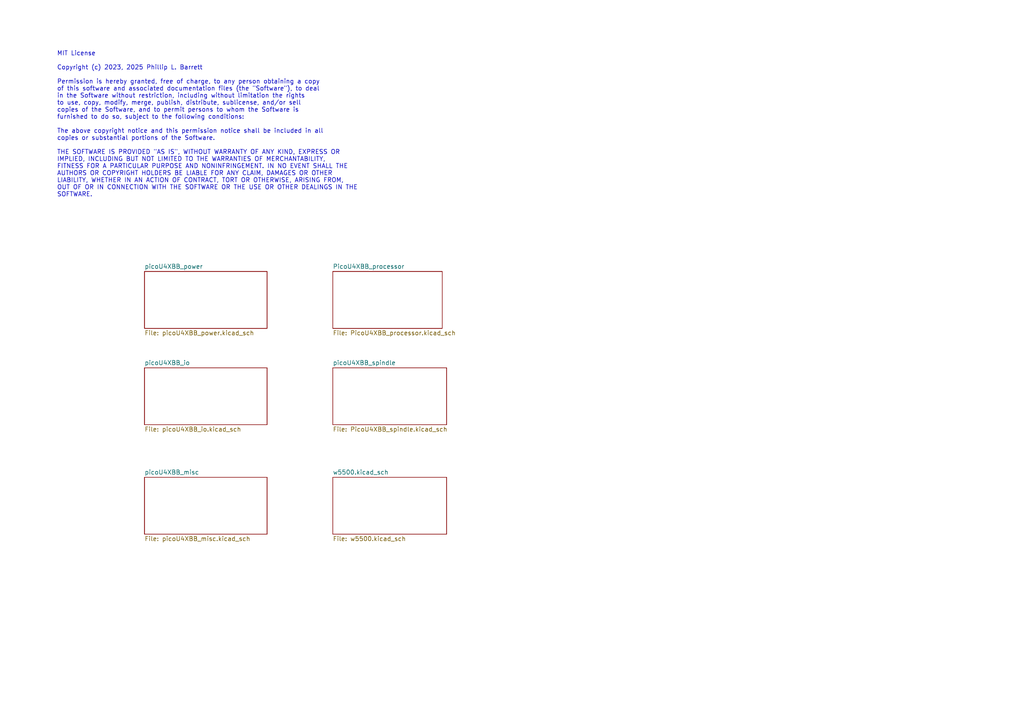
<source format=kicad_sch>
(kicad_sch
	(version 20231120)
	(generator "eeschema")
	(generator_version "8.0")
	(uuid "b077d441-49f1-48de-a6ad-53217b01ccf9")
	(paper "A4")
	(title_block
		(title "picoCNC ")
		(date "2023-09-13")
		(rev "Ver 1.55eth")
		(company "Brookwood Design")
	)
	(lib_symbols)
	(text "MIT License\n\nCopyright (c) 2023, 2025 Phillip L. Barrett\n\nPermission is hereby granted, free of charge, to any person obtaining a copy\nof this software and associated documentation files (the \"Software\"), to deal\nin the Software without restriction, including without limitation the rights\nto use, copy, modify, merge, publish, distribute, sublicense, and/or sell\ncopies of the Software, and to permit persons to whom the Software is\nfurnished to do so, subject to the following conditions:\n\nThe above copyright notice and this permission notice shall be included in all\ncopies or substantial portions of the Software.\n\nTHE SOFTWARE IS PROVIDED \"AS IS\", WITHOUT WARRANTY OF ANY KIND, EXPRESS OR\nIMPLIED, INCLUDING BUT NOT LIMITED TO THE WARRANTIES OF MERCHANTABILITY,\nFITNESS FOR A PARTICULAR PURPOSE AND NONINFRINGEMENT. IN NO EVENT SHALL THE\nAUTHORS OR COPYRIGHT HOLDERS BE LIABLE FOR ANY CLAIM, DAMAGES OR OTHER\nLIABILITY, WHETHER IN AN ACTION OF CONTRACT, TORT OR OTHERWISE, ARISING FROM,\nOUT OF OR IN CONNECTION WITH THE SOFTWARE OR THE USE OR OTHER DEALINGS IN THE\nSOFTWARE."
		(exclude_from_sim no)
		(at 16.51 36.068 0)
		(effects
			(font
				(size 1.27 1.27)
			)
			(justify left)
		)
		(uuid "e12c4ee9-ffc1-4407-b01b-a88c3739a2d6")
	)
	(sheet
		(at 96.52 78.74)
		(size 31.75 16.51)
		(fields_autoplaced yes)
		(stroke
			(width 0)
			(type solid)
		)
		(fill
			(color 0 0 0 0.0000)
		)
		(uuid "00000000-0000-0000-0000-00006010a2a3")
		(property "Sheetname" "PicoU4XBB_processor"
			(at 96.52 78.0284 0)
			(effects
				(font
					(size 1.27 1.27)
				)
				(justify left bottom)
			)
		)
		(property "Sheetfile" "PicoU4XBB_processor.kicad_sch"
			(at 96.52 95.8346 0)
			(effects
				(font
					(size 1.27 1.27)
				)
				(justify left top)
			)
		)
		(instances
			(project "picoCNC"
				(path "/b077d441-49f1-48de-a6ad-53217b01ccf9"
					(page "5")
				)
			)
		)
	)
	(sheet
		(at 41.91 78.74)
		(size 35.56 16.51)
		(fields_autoplaced yes)
		(stroke
			(width 0)
			(type solid)
		)
		(fill
			(color 0 0 0 0.0000)
		)
		(uuid "00000000-0000-0000-0000-00006010fb27")
		(property "Sheetname" "picoU4XBB_power"
			(at 41.91 78.0284 0)
			(effects
				(font
					(size 1.27 1.27)
				)
				(justify left bottom)
			)
		)
		(property "Sheetfile" "picoU4XBB_power.kicad_sch"
			(at 41.91 95.8346 0)
			(effects
				(font
					(size 1.27 1.27)
				)
				(justify left top)
			)
		)
		(instances
			(project "picoCNC"
				(path "/b077d441-49f1-48de-a6ad-53217b01ccf9"
					(page "2")
				)
			)
		)
	)
	(sheet
		(at 41.91 106.68)
		(size 35.56 16.51)
		(fields_autoplaced yes)
		(stroke
			(width 0)
			(type solid)
		)
		(fill
			(color 0 0 0 0.0000)
		)
		(uuid "00000000-0000-0000-0000-00006010fb7f")
		(property "Sheetname" "picoU4XBB_io"
			(at 41.91 105.9684 0)
			(effects
				(font
					(size 1.27 1.27)
				)
				(justify left bottom)
			)
		)
		(property "Sheetfile" "picoU4XBB_io.kicad_sch"
			(at 41.91 123.7746 0)
			(effects
				(font
					(size 1.27 1.27)
				)
				(justify left top)
			)
		)
		(instances
			(project "picoCNC"
				(path "/b077d441-49f1-48de-a6ad-53217b01ccf9"
					(page "3")
				)
			)
		)
	)
	(sheet
		(at 41.91 138.43)
		(size 35.56 16.51)
		(fields_autoplaced yes)
		(stroke
			(width 0)
			(type solid)
		)
		(fill
			(color 0 0 0 0.0000)
		)
		(uuid "00000000-0000-0000-0000-00006010fbe5")
		(property "Sheetname" "picoU4XBB_misc"
			(at 41.91 137.7184 0)
			(effects
				(font
					(size 1.27 1.27)
				)
				(justify left bottom)
			)
		)
		(property "Sheetfile" "picoU4XBB_misc.kicad_sch"
			(at 41.91 155.5246 0)
			(effects
				(font
					(size 1.27 1.27)
				)
				(justify left top)
			)
		)
		(instances
			(project "picoCNC"
				(path "/b077d441-49f1-48de-a6ad-53217b01ccf9"
					(page "4")
				)
			)
		)
	)
	(sheet
		(at 96.52 106.68)
		(size 33.02 16.51)
		(fields_autoplaced yes)
		(stroke
			(width 0)
			(type solid)
		)
		(fill
			(color 0 0 0 0.0000)
		)
		(uuid "00000000-0000-0000-0000-00006101202c")
		(property "Sheetname" "picoU4XBB_spindle"
			(at 96.52 105.9684 0)
			(effects
				(font
					(size 1.27 1.27)
				)
				(justify left bottom)
			)
		)
		(property "Sheetfile" "PicoU4XBB_spindle.kicad_sch"
			(at 96.52 123.7746 0)
			(effects
				(font
					(size 1.27 1.27)
				)
				(justify left top)
			)
		)
		(instances
			(project "picoCNC"
				(path "/b077d441-49f1-48de-a6ad-53217b01ccf9"
					(page "6")
				)
			)
		)
	)
	(sheet
		(at 96.52 138.43)
		(size 33.02 16.51)
		(fields_autoplaced yes)
		(stroke
			(width 0.1524)
			(type solid)
		)
		(fill
			(color 0 0 0 0.0000)
		)
		(uuid "ca64fce2-3867-4b1b-bdc9-865af76de0bc")
		(property "Sheetname" "w5500.kicad_sch"
			(at 96.52 137.7184 0)
			(effects
				(font
					(size 1.27 1.27)
				)
				(justify left bottom)
			)
		)
		(property "Sheetfile" "w5500.kicad_sch"
			(at 96.52 155.5246 0)
			(effects
				(font
					(size 1.27 1.27)
				)
				(justify left top)
			)
		)
		(instances
			(project "picoCNC"
				(path "/b077d441-49f1-48de-a6ad-53217b01ccf9"
					(page "7")
				)
			)
		)
	)
	(sheet_instances
		(path "/"
			(page "1")
		)
	)
)

</source>
